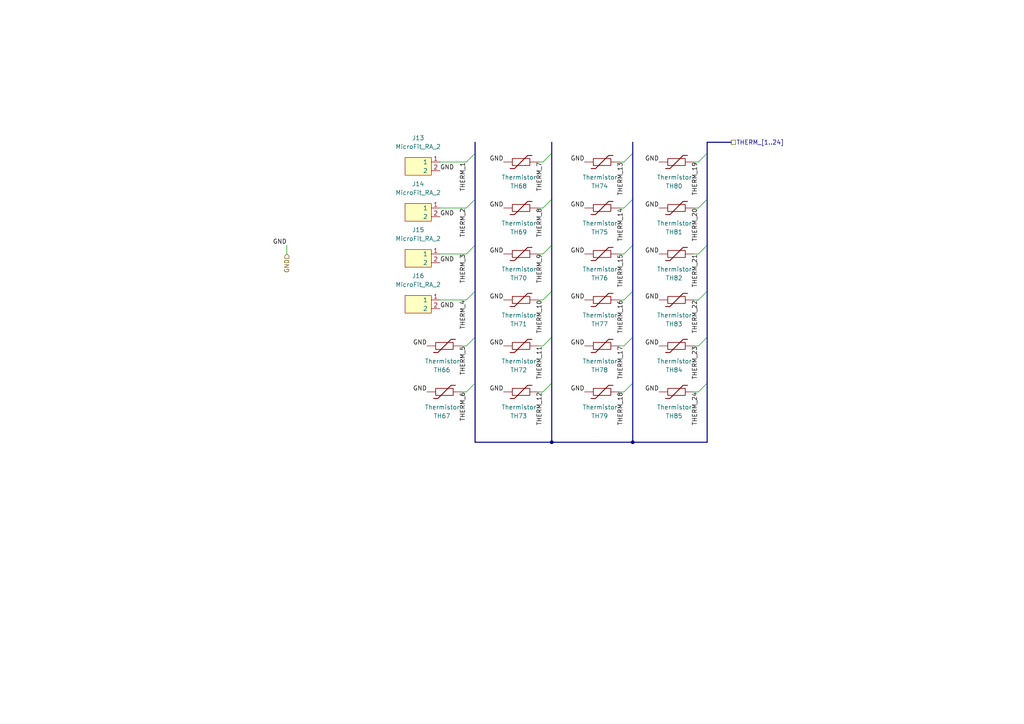
<source format=kicad_sch>
(kicad_sch (version 20230121) (generator eeschema)
  (paper "A4")
  (lib_symbols
    (symbol "MicroFit_RA_2_1" (pin_names (offset 1.016))
      (property "Reference" "J" (at -2.54 1.27 0))
      (property "Value" "MicroFit_RA_2_1" (at 0 -3.81 0))
      (symbol "MicroFit_RA_2_1_1_1"
        (rectangle (start 3.81 -2.54) (end -3.81 2.54) (fill (type background)))
        (pin bidirectional line (at 6.35 1.27 180) (length 2.54) (name "1") (number "1"))
        (pin bidirectional line (at 6.35 -1.27 180) (length 2.54) (name "2") (number "2"))
      )
    )
    (symbol "MicroFit_RA_2_2" (pin_names (offset 1.016))
      (property "Reference" "J" (at -2.54 1.27 0))
      (property "Value" "MicroFit_RA_2_2" (at 0 -3.81 0))
      (symbol "MicroFit_RA_2_2_1_1"
        (rectangle (start 3.81 -2.54) (end -3.81 2.54) (fill (type background)))
        (pin bidirectional line (at 6.35 1.27 180) (length 2.54) (name "1") (number "1"))
        (pin bidirectional line (at 6.35 -1.27 180) (length 2.54) (name "2") (number "2"))
      )
    )
    (symbol "MicroFit_RA_2_3" (pin_names (offset 1.016))
      (property "Reference" "J" (at -2.54 1.27 0))
      (property "Value" "MicroFit_RA_2_3" (at 0 -3.81 0))
      (symbol "MicroFit_RA_2_3_1_1"
        (rectangle (start 3.81 -2.54) (end -3.81 2.54) (fill (type background)))
        (pin bidirectional line (at 6.35 1.27 180) (length 2.54) (name "1") (number "1"))
        (pin bidirectional line (at 6.35 -1.27 180) (length 2.54) (name "2") (number "2"))
      )
    )
    (symbol "OEM:MicroFit_RA_2" (pin_names (offset 1.016))
      (property "Reference" "J" (at -2.54 1.27 0))
      (property "Value" "MicroFit_RA_2" (at 0 -3.81 0))
      (symbol "MicroFit_RA_2_1_1"
        (rectangle (start 3.81 -2.54) (end -3.81 2.54) (fill (type background)))
        (pin bidirectional line (at 6.35 1.27 180) (length 2.54) (name "1") (number "1"))
        (pin bidirectional line (at 6.35 -1.27 180) (length 2.54) (name "2") (number "2"))
      )
    )
    (symbol "OEM:Thermistor_100K" (pin_numbers hide) (pin_names (offset 0))
      (property "Reference" "TH" (at 2.54 1.27 90))
      (property "Value" "Thermistor_100K" (at -2.54 0 90))
      (symbol "Thermistor_100K_0_1"
        (rectangle (start -1.016 2.54) (end 1.016 -2.54) (stroke (width 0.2032)))
        (polyline (pts (xy -1.905 3.175) (xy -1.905 1.905) (xy 1.905 -1.905) (xy 1.905 -3.175) (xy 1.905 -3.175)) (stroke (width 0.254)))
      )
      (symbol "Thermistor_100K_1_1"
        (pin passive line (at 0 5.08 270) (length 2.54) (name "~") (number "1"))
        (pin passive line (at 0 -5.08 90) (length 2.54) (name "~") (number "2"))
      )
    )
  )
  (junction (at 183.515 128.27))
  (junction (at 160.02 128.27))
  (bus_entry (at 202.565 113.665) (size 2.54 -2.54))
  (bus_entry (at 157.48 73.66) (size 2.54 -2.54))
  (bus_entry (at 157.48 113.665) (size 2.54 -2.54))
  (bus_entry (at 180.975 46.99) (size 2.54 -2.54))
  (bus_entry (at 135.255 60.325) (size 2.54 -2.54))
  (bus_entry (at 180.975 60.325) (size 2.54 -2.54))
  (bus_entry (at 180.975 100.33) (size 2.54 -2.54))
  (bus_entry (at 180.975 86.995) (size 2.54 -2.54))
  (bus_entry (at 202.565 86.995) (size 2.54 -2.54))
  (bus_entry (at 135.255 73.66) (size 2.54 -2.54))
  (bus_entry (at 180.975 73.66) (size 2.54 -2.54))
  (bus_entry (at 202.565 100.33) (size 2.54 -2.54))
  (bus_entry (at 135.255 113.665) (size 2.54 -2.54))
  (bus_entry (at 180.975 113.665) (size 2.54 -2.54))
  (bus_entry (at 135.255 46.99) (size 2.54 -2.54))
  (bus_entry (at 135.255 100.33) (size 2.54 -2.54))
  (bus_entry (at 202.565 73.66) (size 2.54 -2.54))
  (bus_entry (at 157.48 86.995) (size 2.54 -2.54))
  (bus_entry (at 157.48 46.99) (size 2.54 -2.54))
  (bus_entry (at 157.48 60.325) (size 2.54 -2.54))
  (bus_entry (at 135.255 86.995) (size 2.54 -2.54))
  (bus_entry (at 202.565 60.325) (size 2.54 -2.54))
  (bus_entry (at 202.565 46.99) (size 2.54 -2.54))
  (bus_entry (at 157.48 100.33) (size 2.54 -2.54))
  (bus (pts (xy 205.105 41.275) (xy 205.105 44.45)))
  (bus (pts (xy 160.02 44.45) (xy 160.02 57.785)))
  (bus (pts (xy 183.515 71.12) (xy 183.515 84.455)))
  (wire (pts (xy 202.565 73.66) (xy 201.295 73.66)))
  (bus (pts (xy 160.02 111.125) (xy 160.02 128.27)))
  (bus (pts (xy 183.515 44.45) (xy 183.515 57.785)))
  (bus (pts (xy 160.02 128.27) (xy 183.515 128.27)))
  (wire (pts (xy 127.635 86.995) (xy 135.255 86.995)))
  (wire (pts (xy 157.48 60.325) (xy 156.21 60.325)))
  (wire (pts (xy 83.185 71.12) (xy 83.185 73.66)))
  (bus (pts (xy 137.795 41.275) (xy 137.795 44.45)))
  (wire (pts (xy 157.48 73.66) (xy 156.21 73.66)))
  (bus (pts (xy 183.515 41.275) (xy 183.515 44.45)))
  (wire (pts (xy 202.565 60.325) (xy 201.295 60.325)))
  (bus (pts (xy 137.795 128.27) (xy 160.02 128.27)))
  (bus (pts (xy 205.105 41.275) (xy 212.09 41.275)))
  (wire (pts (xy 180.975 113.665) (xy 179.705 113.665)))
  (bus (pts (xy 205.105 111.125) (xy 205.105 128.27)))
  (bus (pts (xy 205.105 57.785) (xy 205.105 71.12)))
  (wire (pts (xy 157.48 113.665) (xy 156.21 113.665)))
  (bus (pts (xy 137.795 57.785) (xy 137.795 71.12)))
  (wire (pts (xy 202.565 100.33) (xy 201.295 100.33)))
  (wire (pts (xy 180.975 86.995) (xy 179.705 86.995)))
  (wire (pts (xy 127.635 73.66) (xy 135.255 73.66)))
  (bus (pts (xy 160.02 71.12) (xy 160.02 84.455)))
  (wire (pts (xy 157.48 86.995) (xy 156.21 86.995)))
  (bus (pts (xy 183.515 97.79) (xy 183.515 111.125)))
  (bus (pts (xy 137.795 97.79) (xy 137.795 111.125)))
  (wire (pts (xy 127.635 60.325) (xy 135.255 60.325)))
  (bus (pts (xy 183.515 57.785) (xy 183.515 71.12)))
  (bus (pts (xy 137.795 71.12) (xy 137.795 84.455)))
  (bus (pts (xy 160.02 57.785) (xy 160.02 71.12)))
  (bus (pts (xy 183.515 128.27) (xy 205.105 128.27)))
  (bus (pts (xy 160.02 84.455) (xy 160.02 97.79)))
  (wire (pts (xy 180.975 100.33) (xy 179.705 100.33)))
  (wire (pts (xy 202.565 86.995) (xy 201.295 86.995)))
  (wire (pts (xy 157.48 46.99) (xy 156.21 46.99)))
  (bus (pts (xy 137.795 111.125) (xy 137.795 128.27)))
  (bus (pts (xy 183.515 111.125) (xy 183.515 128.27)))
  (bus (pts (xy 205.105 97.79) (xy 205.105 111.125)))
  (wire (pts (xy 135.255 113.665) (xy 133.985 113.665)))
  (wire (pts (xy 127.635 46.99) (xy 135.255 46.99)))
  (bus (pts (xy 137.795 44.45) (xy 137.795 57.785)))
  (wire (pts (xy 202.565 113.665) (xy 201.295 113.665)))
  (bus (pts (xy 205.105 71.12) (xy 205.105 84.455)))
  (bus (pts (xy 160.02 41.275) (xy 160.02 44.45)))
  (wire (pts (xy 180.975 60.325) (xy 179.705 60.325)))
  (bus (pts (xy 137.795 84.455) (xy 137.795 97.79)))
  (bus (pts (xy 183.515 84.455) (xy 183.515 97.79)))
  (wire (pts (xy 157.48 100.33) (xy 156.21 100.33)))
  (wire (pts (xy 135.255 100.33) (xy 133.985 100.33)))
  (wire (pts (xy 180.975 46.99) (xy 179.705 46.99)))
  (bus (pts (xy 205.105 44.45) (xy 205.105 57.785)))
  (wire (pts (xy 202.565 46.99) (xy 201.295 46.99)))
  (bus (pts (xy 205.105 84.455) (xy 205.105 97.79)))
  (bus (pts (xy 160.02 97.79) (xy 160.02 111.125)))
  (wire (pts (xy 180.975 73.66) (xy 179.705 73.66)))
  (label "GND" (at 146.05 73.66 180))
  (label "THERM_12" (at 157.48 113.665 270))
  (label "GND" (at 123.825 113.665 180))
  (label "GND" (at 127.635 49.53 0))
  (label "THERM_10" (at 157.48 86.995 270))
  (label "THERM_2" (at 135.255 60.325 270))
  (label "GND" (at 146.05 86.995 180))
  (label "GND" (at 127.635 89.535 0))
  (label "THERM_22" (at 202.565 86.995 270))
  (label "GND" (at 169.545 100.33 180))
  (label "GND" (at 191.135 86.995 180))
  (label "THERM_18" (at 180.975 113.665 270))
  (label "GND" (at 146.05 60.325 180))
  (label "GND" (at 169.545 113.665 180))
  (label "THERM_6" (at 135.255 113.665 270))
  (label "GND" (at 169.545 46.99 180))
  (label "GND" (at 83.185 71.12 180))
  (label "GND" (at 127.635 76.2 0))
  (label "GND" (at 191.135 46.99 180))
  (label "GND" (at 191.135 113.665 180))
  (label "GND" (at 169.545 60.325 180))
  (label "THERM_4" (at 135.255 86.995 270))
  (label "GND" (at 191.135 73.66 180))
  (label "THERM_20" (at 202.565 60.325 270))
  (label "THERM_11" (at 157.48 100.33 270))
  (label "THERM_16" (at 180.975 86.995 270))
  (label "THERM_5" (at 135.255 100.33 270))
  (label "GND" (at 169.545 86.995 180))
  (label "THERM_8" (at 157.48 60.325 270))
  (label "THERM_1" (at 135.255 46.99 270))
  (label "THERM_24" (at 202.565 113.665 270))
  (label "GND" (at 127.635 62.865 0))
  (label "THERM_7" (at 157.48 46.99 270))
  (label "GND" (at 146.05 113.665 180))
  (label "THERM_14" (at 180.975 60.325 270))
  (label "THERM_13" (at 180.975 46.99 270))
  (label "GND" (at 123.825 100.33 180))
  (label "GND" (at 169.545 73.66 180))
  (label "THERM_3" (at 135.255 73.66 270))
  (label "THERM_23" (at 202.565 100.33 270))
  (label "GND" (at 191.135 60.325 180))
  (label "THERM_15" (at 180.975 73.66 270))
  (label "THERM_17" (at 180.975 100.33 270))
  (label "THERM_9" (at 157.48 73.66 270))
  (label "THERM_21" (at 202.565 73.66 270))
  (label "GND" (at 146.05 46.99 180))
  (label "GND" (at 191.135 100.33 180))
  (label "GND" (at 146.05 100.33 180))
  (label "THERM_19" (at 202.565 46.99 270))
  (hierarchical_label "THERM_[1..24]" (shape passive) (at 212.09 41.275 0))
  (hierarchical_label "GND" (shape input) (at 83.185 73.66 270))
  (symbol (lib_id "OEM:Thermistor_100K") (at 174.625 100.33 270) (unit 1)
    (property "Reference" "TH78" (at 171.45 107.315 90) (effects (justify left)))
    (property "Value" "Thermistor" (at 168.9101 104.775 90) (effects (justify left)))
    (property "Footprint" "OEM:R_0603" (effects hide))
    (property "Datasheet" "https://www.ohmite.com/assets/docs/res_tx.pdf?r=false" (effects hide))
    (property "MPN" "273-TX06F104F4100ERDKR-ND" (effects hide))
    (property "MFN" "Ohmite" (effects hide))
    (property "DKPN" "TX06F104F4100ER" (effects hide))
    (property "Package" "0603" (effects hide))
    (property "NewDesigns" "YES" (effects hide))
    (property "Stocked" "Digi-Reel" (effects hide))
    (property "Style" "SMD" (effects hide))
  )
  (symbol (lib_id "OEM:Thermistor_100K") (at 151.13 100.33 270) (unit 1)
    (property "Reference" "TH72" (at 147.955 107.315 90) (effects (justify left)))
    (property "Value" "Thermistor" (at 145.4151 104.775 90) (effects (justify left)))
    (property "Footprint" "OEM:R_0603" (effects hide))
    (property "Datasheet" "https://www.ohmite.com/assets/docs/res_tx.pdf?r=false" (effects hide))
    (property "MPN" "273-TX06F104F4100ERDKR-ND" (effects hide))
    (property "MFN" "Ohmite" (effects hide))
    (property "DKPN" "TX06F104F4100ER" (effects hide))
    (property "Package" "0603" (effects hide))
    (property "NewDesigns" "YES" (effects hide))
    (property "Stocked" "Digi-Reel" (effects hide))
    (property "Style" "SMD" (effects hide))
  )
  (symbol (lib_id "OEM:Thermistor_100K") (at 128.905 100.33 270) (unit 1)
    (property "Reference" "TH66" (at 125.73 107.315 90) (effects (justify left)))
    (property "Value" "Thermistor" (at 123.1901 104.775 90) (effects (justify left)))
    (property "Footprint" "OEM:R_0603" (effects hide))
    (property "Datasheet" "https://www.ohmite.com/assets/docs/res_tx.pdf?r=false" (effects hide))
    (property "MPN" "273-TX06F104F4100ERDKR-ND" (effects hide))
    (property "MFN" "Ohmite" (effects hide))
    (property "DKPN" "TX06F104F4100ER" (effects hide))
    (property "Package" "0603" (effects hide))
    (property "NewDesigns" "YES" (effects hide))
    (property "Stocked" "Digi-Reel" (effects hide))
    (property "Style" "SMD" (effects hide))
  )
  (symbol (lib_id "OEM:Thermistor_100K") (at 151.13 113.665 270) (unit 1)
    (property "Reference" "TH73" (at 147.955 120.65 90) (effects (justify left)))
    (property "Value" "Thermistor" (at 145.4151 118.11 90) (effects (justify left)))
    (property "Footprint" "OEM:R_0603" (effects hide))
    (property "Datasheet" "https://www.ohmite.com/assets/docs/res_tx.pdf?r=false" (effects hide))
    (property "MPN" "273-TX06F104F4100ERDKR-ND" (effects hide))
    (property "MFN" "Ohmite" (effects hide))
    (property "DKPN" "TX06F104F4100ER" (effects hide))
    (property "Package" "0603" (effects hide))
    (property "NewDesigns" "YES" (effects hide))
    (property "Stocked" "Digi-Reel" (effects hide))
    (property "Style" "SMD" (effects hide))
  )
  (symbol (lib_id "OEM:Thermistor_100K") (at 196.215 113.665 270) (unit 1)
    (property "Reference" "TH85" (at 193.04 120.65 90) (effects (justify left)))
    (property "Value" "Thermistor" (at 190.5001 118.11 90) (effects (justify left)))
    (property "Footprint" "OEM:R_0603" (effects hide))
    (property "Datasheet" "https://www.ohmite.com/assets/docs/res_tx.pdf?r=false" (effects hide))
    (property "MPN" "273-TX06F104F4100ERDKR-ND" (effects hide))
    (property "MFN" "Ohmite" (effects hide))
    (property "DKPN" "TX06F104F4100ER" (effects hide))
    (property "Package" "0603" (effects hide))
    (property "NewDesigns" "YES" (effects hide))
    (property "Stocked" "Digi-Reel" (effects hide))
    (property "Style" "SMD" (effects hide))
  )
  (symbol (lib_id "OEM:Thermistor_100K") (at 174.625 73.66 270) (unit 1)
    (property "Reference" "TH76" (at 171.45 80.645 90) (effects (justify left)))
    (property "Value" "Thermistor" (at 168.9101 78.105 90) (effects (justify left)))
    (property "Footprint" "OEM:R_0603" (effects hide))
    (property "Datasheet" "https://www.ohmite.com/assets/docs/res_tx.pdf?r=false" (effects hide))
    (property "MPN" "273-TX06F104F4100ERDKR-ND" (effects hide))
    (property "MFN" "Ohmite" (effects hide))
    (property "DKPN" "TX06F104F4100ER" (effects hide))
    (property "Package" "0603" (effects hide))
    (property "NewDesigns" "YES" (effects hide))
    (property "Stocked" "Digi-Reel" (effects hide))
    (property "Style" "SMD" (effects hide))
  )
  (symbol (lib_id "OEM:Thermistor_100K") (at 174.625 60.325 270) (unit 1)
    (property "Reference" "TH75" (at 171.45 67.31 90) (effects (justify left)))
    (property "Value" "Thermistor" (at 168.9101 64.77 90) (effects (justify left)))
    (property "Footprint" "OEM:R_0603" (effects hide))
    (property "Datasheet" "https://www.ohmite.com/assets/docs/res_tx.pdf?r=false" (effects hide))
    (property "MPN" "273-TX06F104F4100ERDKR-ND" (effects hide))
    (property "MFN" "Ohmite" (effects hide))
    (property "DKPN" "TX06F104F4100ER" (effects hide))
    (property "Package" "0603" (effects hide))
    (property "NewDesigns" "YES" (effects hide))
    (property "Stocked" "Digi-Reel" (effects hide))
    (property "Style" "SMD" (effects hide))
  )
  (symbol (lib_id "OEM:Thermistor_100K") (at 151.13 60.325 270) (unit 1)
    (property "Reference" "TH69" (at 147.955 67.31 90) (effects (justify left)))
    (property "Value" "Thermistor" (at 145.4151 64.77 90) (effects (justify left)))
    (property "Footprint" "OEM:R_0603" (effects hide))
    (property "Datasheet" "https://www.ohmite.com/assets/docs/res_tx.pdf?r=false" (effects hide))
    (property "MPN" "273-TX06F104F4100ERDKR-ND" (effects hide))
    (property "MFN" "Ohmite" (effects hide))
    (property "DKPN" "TX06F104F4100ER" (effects hide))
    (property "Package" "0603" (effects hide))
    (property "NewDesigns" "YES" (effects hide))
    (property "Stocked" "Digi-Reel" (effects hide))
    (property "Style" "SMD" (effects hide))
  )
  (symbol (lib_id "OEM:Thermistor_100K") (at 128.905 113.665 270) (unit 1)
    (property "Reference" "TH67" (at 125.73 120.65 90) (effects (justify left)))
    (property "Value" "Thermistor" (at 123.1901 118.11 90) (effects (justify left)))
    (property "Footprint" "OEM:R_0603" (effects hide))
    (property "Datasheet" "https://www.ohmite.com/assets/docs/res_tx.pdf?r=false" (effects hide))
    (property "MPN" "273-TX06F104F4100ERDKR-ND" (effects hide))
    (property "MFN" "Ohmite" (effects hide))
    (property "DKPN" "TX06F104F4100ER" (effects hide))
    (property "Package" "0603" (effects hide))
    (property "NewDesigns" "YES" (effects hide))
    (property "Stocked" "Digi-Reel" (effects hide))
    (property "Style" "SMD" (effects hide))
  )
  (symbol (lib_id "OEM:Thermistor_100K") (at 196.215 60.325 270) (unit 1)
    (property "Reference" "TH81" (at 193.04 67.31 90) (effects (justify left)))
    (property "Value" "Thermistor" (at 190.5001 64.77 90) (effects (justify left)))
    (property "Footprint" "OEM:R_0603" (effects hide))
    (property "Datasheet" "https://www.ohmite.com/assets/docs/res_tx.pdf?r=false" (effects hide))
    (property "MPN" "273-TX06F104F4100ERDKR-ND" (effects hide))
    (property "MFN" "Ohmite" (effects hide))
    (property "DKPN" "TX06F104F4100ER" (effects hide))
    (property "Package" "0603" (effects hide))
    (property "NewDesigns" "YES" (effects hide))
    (property "Stocked" "Digi-Reel" (effects hide))
    (property "Style" "SMD" (effects hide))
  )
  (symbol (lib_id "OEM:Thermistor_100K") (at 196.215 86.995 270) (unit 1)
    (property "Reference" "TH83" (at 193.04 93.98 90) (effects (justify left)))
    (property "Value" "Thermistor" (at 190.5001 91.44 90) (effects (justify left)))
    (property "Footprint" "OEM:R_0603" (effects hide))
    (property "Datasheet" "https://www.ohmite.com/assets/docs/res_tx.pdf?r=false" (effects hide))
    (property "MPN" "273-TX06F104F4100ERDKR-ND" (effects hide))
    (property "MFN" "Ohmite" (effects hide))
    (property "DKPN" "TX06F104F4100ER" (effects hide))
    (property "Package" "0603" (effects hide))
    (property "NewDesigns" "YES" (effects hide))
    (property "Stocked" "Digi-Reel" (effects hide))
    (property "Style" "SMD" (effects hide))
  )
  (symbol (lib_id "OEM:Thermistor_100K") (at 196.215 73.66 270) (unit 1)
    (property "Reference" "TH82" (at 193.04 80.645 90) (effects (justify left)))
    (property "Value" "Thermistor" (at 190.5001 78.105 90) (effects (justify left)))
    (property "Footprint" "OEM:R_0603" (effects hide))
    (property "Datasheet" "https://www.ohmite.com/assets/docs/res_tx.pdf?r=false" (effects hide))
    (property "MPN" "273-TX06F104F4100ERDKR-ND" (effects hide))
    (property "MFN" "Ohmite" (effects hide))
    (property "DKPN" "TX06F104F4100ER" (effects hide))
    (property "Package" "0603" (effects hide))
    (property "NewDesigns" "YES" (effects hide))
    (property "Stocked" "Digi-Reel" (effects hide))
    (property "Style" "SMD" (effects hide))
  )
  (symbol (lib_id "OEM:Thermistor_100K") (at 174.625 113.665 270) (unit 1)
    (property "Reference" "TH79" (at 171.45 120.65 90) (effects (justify left)))
    (property "Value" "Thermistor" (at 168.9101 118.11 90) (effects (justify left)))
    (property "Footprint" "OEM:R_0603" (effects hide))
    (property "Datasheet" "https://www.ohmite.com/assets/docs/res_tx.pdf?r=false" (effects hide))
    (property "MPN" "273-TX06F104F4100ERDKR-ND" (effects hide))
    (property "MFN" "Ohmite" (effects hide))
    (property "DKPN" "TX06F104F4100ER" (effects hide))
    (property "Package" "0603" (effects hide))
    (property "NewDesigns" "YES" (effects hide))
    (property "Stocked" "Digi-Reel" (effects hide))
    (property "Style" "SMD" (effects hide))
  )
  (symbol (lib_id "OEM:MicroFit_RA_2") (at 121.285 88.265 0) (unit 1)
    (property "Reference" "J16" (at 121.285 80.01 0))
    (property "Value" "MicroFit_RA_2" (at 121.285 82.55 0))
    (property "Footprint" "footprints:MicroFit_RA_2" (effects hide))
    (property "Datasheet" "https://www.molex.com/pdm_docs/sd/436500201_sd.pdf" (effects hide))
    (property "MFN" "Molex" (effects hide))
    (property "MPN" "0436500201" (effects hide))
    (property "DKPN" "WM1865-ND" (effects hide))
    (property "NewDesigns" "YES" (effects hide))
    (property "Stocked" "Tray" (effects hide))
    (property "Package" "Custom" (effects hide))
    (property "Style" "THT" (effects hide))
    (property "MatesWith" "0436450200" (effects hide))
  )
  (symbol (lib_id "OEM:Thermistor_100K") (at 174.625 86.995 270) (unit 1)
    (property "Reference" "TH77" (at 171.45 93.98 90) (effects (justify left)))
    (property "Value" "Thermistor" (at 168.9101 91.44 90) (effects (justify left)))
    (property "Footprint" "OEM:R_0603" (effects hide))
    (property "Datasheet" "https://www.ohmite.com/assets/docs/res_tx.pdf?r=false" (effects hide))
    (property "MPN" "273-TX06F104F4100ERDKR-ND" (effects hide))
    (property "MFN" "Ohmite" (effects hide))
    (property "DKPN" "TX06F104F4100ER" (effects hide))
    (property "Package" "0603" (effects hide))
    (property "NewDesigns" "YES" (effects hide))
    (property "Stocked" "Digi-Reel" (effects hide))
    (property "Style" "SMD" (effects hide))
  )
  (symbol (lib_id "OEM:Thermistor_100K") (at 151.13 73.66 270) (unit 1)
    (property "Reference" "TH70" (at 147.955 80.645 90) (effects (justify left)))
    (property "Value" "Thermistor" (at 145.4151 78.105 90) (effects (justify left)))
    (property "Footprint" "OEM:R_0603" (effects hide))
    (property "Datasheet" "https://www.ohmite.com/assets/docs/res_tx.pdf?r=false" (effects hide))
    (property "MPN" "273-TX06F104F4100ERDKR-ND" (effects hide))
    (property "MFN" "Ohmite" (effects hide))
    (property "DKPN" "TX06F104F4100ER" (effects hide))
    (property "Package" "0603" (effects hide))
    (property "NewDesigns" "YES" (effects hide))
    (property "Stocked" "Digi-Reel" (effects hide))
    (property "Style" "SMD" (effects hide))
  )
  (symbol (lib_id "OEM:Thermistor_100K") (at 196.215 100.33 270) (unit 1)
    (property "Reference" "TH84" (at 193.04 107.315 90) (effects (justify left)))
    (property "Value" "Thermistor" (at 190.5001 104.775 90) (effects (justify left)))
    (property "Footprint" "OEM:R_0603" (effects hide))
    (property "Datasheet" "https://www.ohmite.com/assets/docs/res_tx.pdf?r=false" (effects hide))
    (property "MPN" "273-TX06F104F4100ERDKR-ND" (effects hide))
    (property "MFN" "Ohmite" (effects hide))
    (property "DKPN" "TX06F104F4100ER" (effects hide))
    (property "Package" "0603" (effects hide))
    (property "NewDesigns" "YES" (effects hide))
    (property "Stocked" "Digi-Reel" (effects hide))
    (property "Style" "SMD" (effects hide))
  )
  (symbol (lib_name "MicroFit_RA_2_2") (lib_id "OEM:MicroFit_RA_2") (at 121.285 61.595 0) (unit 1)
    (property "Reference" "J14" (at 121.285 53.34 0))
    (property "Value" "MicroFit_RA_2" (at 121.285 55.88 0))
    (property "Footprint" "footprints:MicroFit_RA_2" (effects hide))
    (property "Datasheet" "https://www.molex.com/pdm_docs/sd/436500201_sd.pdf" (effects hide))
    (property "MFN" "Molex" (effects hide))
    (property "MPN" "0436500201" (effects hide))
    (property "DKPN" "WM1865-ND" (effects hide))
    (property "NewDesigns" "YES" (effects hide))
    (property "Stocked" "Tray" (effects hide))
    (property "Package" "Custom" (effects hide))
    (property "Style" "THT" (effects hide))
    (property "MatesWith" "0436450200" (effects hide))
  )
  (symbol (lib_id "OEM:Thermistor_100K") (at 151.13 86.995 270) (unit 1)
    (property "Reference" "TH71" (at 147.955 93.98 90) (effects (justify left)))
    (property "Value" "Thermistor" (at 145.4151 91.44 90) (effects (justify left)))
    (property "Footprint" "OEM:R_0603" (effects hide))
    (property "Datasheet" "https://www.ohmite.com/assets/docs/res_tx.pdf?r=false" (effects hide))
    (property "MPN" "273-TX06F104F4100ERDKR-ND" (effects hide))
    (property "MFN" "Ohmite" (effects hide))
    (property "DKPN" "TX06F104F4100ER" (effects hide))
    (property "Package" "0603" (effects hide))
    (property "NewDesigns" "YES" (effects hide))
    (property "Stocked" "Digi-Reel" (effects hide))
    (property "Style" "SMD" (effects hide))
  )
  (symbol (lib_id "OEM:Thermistor_100K") (at 174.625 46.99 270) (unit 1)
    (property "Reference" "TH74" (at 171.45 53.975 90) (effects (justify left)))
    (property "Value" "Thermistor" (at 168.9101 51.435 90) (effects (justify left)))
    (property "Footprint" "OEM:R_0603" (effects hide))
    (property "Datasheet" "https://www.ohmite.com/assets/docs/res_tx.pdf?r=false" (effects hide))
    (property "MPN" "273-TX06F104F4100ERDKR-ND" (effects hide))
    (property "MFN" "Ohmite" (effects hide))
    (property "DKPN" "TX06F104F4100ER" (effects hide))
    (property "Package" "0603" (effects hide))
    (property "NewDesigns" "YES" (effects hide))
    (property "Stocked" "Digi-Reel" (effects hide))
    (property "Style" "SMD" (effects hide))
  )
  (symbol (lib_id "OEM:Thermistor_100K") (at 196.215 46.99 270) (unit 1)
    (property "Reference" "TH80" (at 193.04 53.975 90) (effects (justify left)))
    (property "Value" "Thermistor" (at 190.5001 51.435 90) (effects (justify left)))
    (property "Footprint" "OEM:R_0603" (effects hide))
    (property "Datasheet" "https://www.ohmite.com/assets/docs/res_tx.pdf?r=false" (effects hide))
    (property "MPN" "273-TX06F104F4100ERDKR-ND" (effects hide))
    (property "MFN" "Ohmite" (effects hide))
    (property "DKPN" "TX06F104F4100ER" (effects hide))
    (property "Package" "0603" (effects hide))
    (property "NewDesigns" "YES" (effects hide))
    (property "Stocked" "Digi-Reel" (effects hide))
    (property "Style" "SMD" (effects hide))
  )
  (symbol (lib_name "MicroFit_RA_2_1") (lib_id "OEM:MicroFit_RA_2") (at 121.285 48.26 0) (unit 1)
    (property "Reference" "J13" (at 121.285 40.005 0))
    (property "Value" "MicroFit_RA_2" (at 121.285 42.545 0))
    (property "Footprint" "footprints:MicroFit_RA_2" (effects hide))
    (property "Datasheet" "https://www.molex.com/pdm_docs/sd/436500201_sd.pdf" (effects hide))
    (property "MFN" "Molex" (effects hide))
    (property "MPN" "0436500201" (effects hide))
    (property "DKPN" "WM1865-ND" (effects hide))
    (property "NewDesigns" "YES" (effects hide))
    (property "Stocked" "Tray" (effects hide))
    (property "Package" "Custom" (effects hide))
    (property "Style" "THT" (effects hide))
    (property "MatesWith" "0436450200" (effects hide))
  )
  (symbol (lib_name "MicroFit_RA_2_3") (lib_id "OEM:MicroFit_RA_2") (at 121.285 74.93 0) (unit 1)
    (property "Reference" "J15" (at 121.285 66.675 0))
    (property "Value" "MicroFit_RA_2" (at 121.285 69.215 0))
    (property "Footprint" "footprints:MicroFit_RA_2" (effects hide))
    (property "Datasheet" "https://www.molex.com/pdm_docs/sd/436500201_sd.pdf" (effects hide))
    (property "MFN" "Molex" (effects hide))
    (property "MPN" "0436500201" (effects hide))
    (property "DKPN" "WM1865-ND" (effects hide))
    (property "NewDesigns" "YES" (effects hide))
    (property "Stocked" "Tray" (effects hide))
    (property "Package" "Custom" (effects hide))
    (property "Style" "THT" (effects hide))
    (property "MatesWith" "0436450200" (effects hide))
  )
  (symbol (lib_id "OEM:Thermistor_100K") (at 151.13 46.99 270) (unit 1)
    (property "Reference" "TH68" (at 147.955 53.975 90) (effects (justify left)))
    (property "Value" "Thermistor" (at 145.4151 51.435 90) (effects (justify left)))
    (property "Footprint" "OEM:R_0603" (effects hide))
    (property "Datasheet" "https://www.ohmite.com/assets/docs/res_tx.pdf?r=false" (effects hide))
    (property "MPN" "273-TX06F104F4100ERDKR-ND" (effects hide))
    (property "MFN" "Ohmite" (effects hide))
    (property "DKPN" "TX06F104F4100ER" (effects hide))
    (property "Package" "0603" (effects hide))
    (property "NewDesigns" "YES" (effects hide))
    (property "Stocked" "Digi-Reel" (effects hide))
    (property "Style" "SMD" (effects hide))
  )
)
</source>
